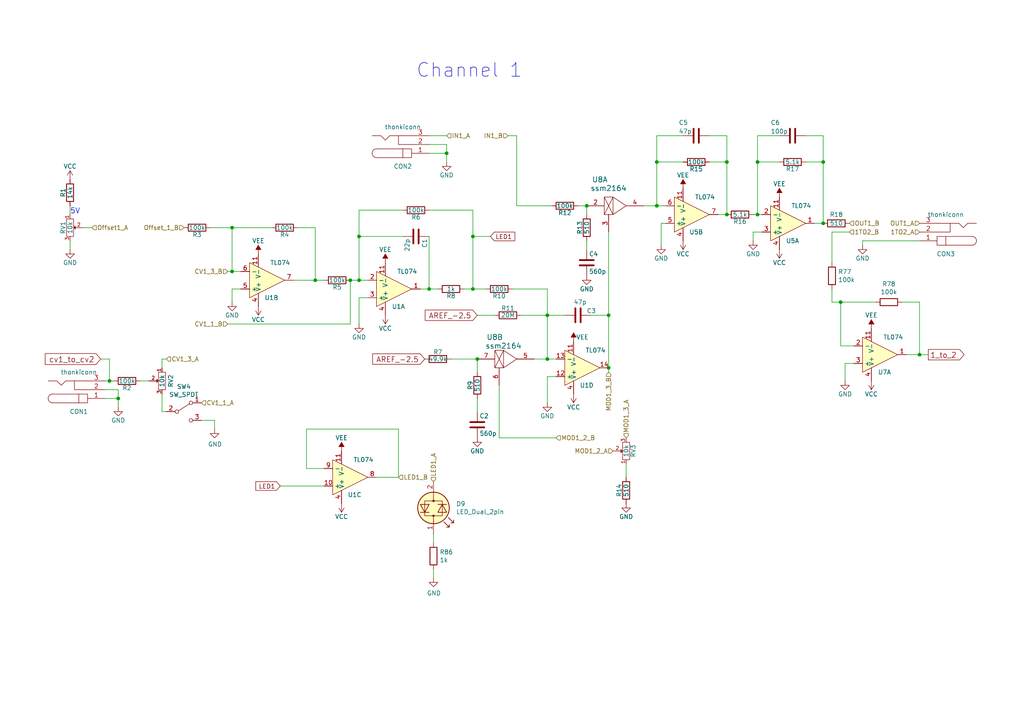
<source format=kicad_sch>
(kicad_sch (version 20211123) (generator eeschema)
  (paper "A4")
  (title_block (title "Tetra VCA") (date "2021-07-21") (rev "1") (company "SOLI.SYNTH") (comment 1 "www.solisynth.com"))
  (lib_symbols
    (symbol "Device:C" (pin_numbers hide) (pin_names (offset 0.254))
      (property "Reference" "C" (at 0.635 2.54 0))
      (property "Value" "C" (at 0.635 -2.54 0))
      (symbol "C_0_1"
        (polyline (pts (xy -2.032 -0.762) (xy 2.032 -0.762)) (stroke (width 0.508)))
        (polyline (pts (xy -2.032 0.762) (xy 2.032 0.762)) (stroke (width 0.508)))
      )
      (symbol "C_1_1"
        (pin passive line (at 0 3.81 270) (length 2.794) (name "~") (number "1"))
        (pin passive line (at 0 -3.81 90) (length 2.794) (name "~") (number "2"))
      )
    )
    (symbol "Device:R" (pin_numbers hide) (pin_names (offset 0))
      (property "Reference" "R" (at 2.032 0 90))
      (property "Value" "R" (at 0 0 90))
      (symbol "R_0_1"
        (rectangle (start -1.016 -2.54) (end 1.016 2.54) (stroke (width 0.254)))
      )
      (symbol "R_1_1"
        (pin passive line (at 0 3.81 270) (length 1.27) (name "~") (number "1"))
        (pin passive line (at 0 -3.81 90) (length 1.27) (name "~") (number "2"))
      )
    )
    (symbol "TetraVCA-rescue:LED_Dual_2pin-Device" (pin_names (offset 0) hide)
      (property "Reference" "D" (at 0 5.715 0))
      (property "Value" "LED_Dual_2pin-Device" (at 0 -6.35 0))
      (symbol "LED_Dual_2pin-Device_0_1"
        (circle (center -2.032 0) (radius 0.254) (fill (type outline)))
        (polyline (pts (xy -4.572 0) (xy -2.54 0)))
        (polyline (pts (xy -2.032 0) (xy -2.54 0)))
        (polyline (pts (xy -1.016 3.81) (xy -1.016 1.27)) (stroke (width 0.2032)))
        (polyline (pts (xy 1.27 -1.27) (xy 1.27 -3.81)) (stroke (width 0.2032)))
        (polyline (pts (xy 4.064 0) (xy 2.286 0)) (fill (type outline)))
        (polyline (pts (xy 4.318 5.842) (xy 4.318 5.08)) (stroke (width 0.2032)))
        (polyline (pts (xy 5.588 4.572) (xy 5.588 3.81)) (stroke (width 0.2032)))
        (polyline (pts (xy 2.794 4.318) (xy 4.318 5.842) (xy 3.556 5.842)) (stroke (width 0.2032)))
        (polyline (pts (xy 4.064 3.048) (xy 5.588 4.572) (xy 4.826 4.572)) (stroke (width 0.2032)))
        (polyline (pts (xy -1.016 -1.27) (xy -1.016 -3.81) (xy 1.27 -2.54) (xy -1.016 -1.27)) (stroke (width 0.2032)))
        (polyline (pts (xy 1.27 3.81) (xy 1.27 1.27) (xy -1.016 2.54) (xy 1.27 3.81)) (stroke (width 0.2032)))
        (polyline (pts (xy 2.286 2.54) (xy -2.032 2.54) (xy -2.032 -2.54) (xy 2.286 -2.54) (xy 2.286 2.54)))
        (circle (center 0 0) (radius 4.572) (stroke (width 0.254)) (fill (type background)))
        (circle (center 2.286 0) (radius 0.254) (fill (type outline)))
      )
      (symbol "LED_Dual_2pin-Device_1_1"
        (pin input line (at 7.62 0 180) (length 3.81) (name "KA") (number "1"))
        (pin input line (at -7.62 0 0) (length 3.048) (name "AK") (number "2"))
      )
    )
    (symbol "TetraVCA-rescue:SW_SPDT-Switch" (pin_names (offset 0) hide)
      (property "Reference" "SW" (at 0 4.318 0))
      (property "Value" "SW_SPDT-Switch" (at 0 -5.08 0))
      (symbol "SW_SPDT-Switch_0_0"
        (circle (center -2.032 0) (radius 0.508))
        (circle (center 2.032 -2.54) (radius 0.508))
      )
      (symbol "SW_SPDT-Switch_0_1"
        (polyline (pts (xy -1.524 0.254) (xy 1.651 2.286)))
        (circle (center 2.032 2.54) (radius 0.508))
      )
      (symbol "SW_SPDT-Switch_1_1"
        (pin passive line (at 5.08 2.54 180) (length 2.54) (name "A") (number "1"))
        (pin passive line (at -5.08 0 0) (length 2.54) (name "B") (number "2"))
        (pin passive line (at 5.08 -2.54 180) (length 2.54) (name "C") (number "3"))
      )
    )
    (symbol "TetraVCA_3_0-rescue:POT-tetraVCA-rescue-TetraVCA_2.0-rescue" (pin_names (offset 1.016) hide)
      (property "Reference" "RV" (at 0 -2.032 0))
      (property "Value" "POT-tetraVCA-rescue-TetraVCA_2.0-rescue" (at 0 0 0))
      (symbol "POT-tetraVCA-rescue-TetraVCA_2.0-rescue_0_1"
        (rectangle (start -2.54 1.016) (end 2.54 -1.016))
        (polyline (pts (xy 0 1.016) (xy -0.508 1.524) (xy 0.508 1.524)) (fill (type outline)))
      )
      (symbol "POT-tetraVCA-rescue-TetraVCA_2.0-rescue_1_1"
        (pin passive line (at -3.81 0 0) (length 1.27) (name "1") (number "1"))
        (pin passive line (at 0 3.81 270) (length 2.54) (name "2") (number "2"))
        (pin passive line (at 3.81 0 180) (length 1.27) (name "3") (number "3"))
      )
    )
    (symbol "TetraVCA_3_0-rescue:TL074-tetraVCA-rescue-TetraVCA_2.0-rescue"
      (property "Reference" "U" (at 1.27 5.08 0))
      (property "Value" "TL074-tetraVCA-rescue-TetraVCA_2.0-rescue" (at 3.81 -5.08 0))
      (symbol "TL074-tetraVCA-rescue-TetraVCA_2.0-rescue_0_1"
        (polyline (pts (xy -5.08 5.08) (xy 5.08 0) (xy -5.08 -5.08) (xy -5.08 5.08)) (stroke (width 0.1524)) (fill (type background)))
        (pin power_in line (at -2.54 -7.62 90) (length 3.81) (name "V-") (number "11"))
        (pin power_in line (at -2.54 7.62 270) (length 3.81) (name "V+") (number "4"))
      )
      (symbol "TL074-tetraVCA-rescue-TetraVCA_2.0-rescue_1_1"
        (pin output line (at 7.62 0 180) (length 2.54) (name "~") (number "1"))
        (pin input line (at -7.62 -2.54 0) (length 2.54) (name "-") (number "2"))
        (pin input line (at -7.62 2.54 0) (length 2.54) (name "+") (number "3"))
      )
      (symbol "TL074-tetraVCA-rescue-TetraVCA_2.0-rescue_2_1"
        (pin input line (at -7.62 2.54 0) (length 2.54) (name "+") (number "5"))
        (pin input line (at -7.62 -2.54 0) (length 2.54) (name "-") (number "6"))
        (pin output line (at 7.62 0 180) (length 2.54) (name "~") (number "7"))
      )
      (symbol "TL074-tetraVCA-rescue-TetraVCA_2.0-rescue_3_1"
        (pin input line (at -7.62 2.54 0) (length 2.54) (name "+") (number "10"))
        (pin output line (at 7.62 0 180) (length 2.54) (name "~") (number "8"))
        (pin input line (at -7.62 -2.54 0) (length 2.54) (name "-") (number "9"))
      )
      (symbol "TL074-tetraVCA-rescue-TetraVCA_2.0-rescue_4_1"
        (pin input line (at -7.62 2.54 0) (length 2.54) (name "+") (number "12"))
        (pin input line (at -7.62 -2.54 0) (length 2.54) (name "-") (number "13"))
        (pin output line (at 7.62 0 180) (length 2.54) (name "~") (number "14"))
      )
    )
    (symbol "TetraVCA_3_0-rescue:ssm2164-tetraVCA-rescue-TetraVCA_2.0-rescue" (pin_names (offset 1.016))
      (property "Reference" "U" (at 6.35 -6.35 0))
      (property "Value" "ssm2164-tetraVCA-rescue-TetraVCA_2.0-rescue" (at 8.89 -8.89 0))
      (symbol "ssm2164-tetraVCA-rescue-TetraVCA_2.0-rescue_1_1"
        (polyline (pts (xy -1.27 2.54) (xy -1.27 -2.54) (xy 1.27 -2.54) (xy 5.08 0) (xy 1.27 2.54) (xy 1.27 -2.54) (xy -1.27 2.54) (xy 1.27 2.54) (xy -1.27 -2.54)))
        (pin input line (at -6.35 0 0) (length 5.08) (name "~") (number "2"))
        (pin input line (at 0 -7.62 90) (length 5.08) (name "~") (number "3"))
        (pin input line (at 10.16 0 180) (length 5.08) (name "~") (number "4"))
      )
      (symbol "ssm2164-tetraVCA-rescue-TetraVCA_2.0-rescue_2_1"
        (polyline (pts (xy -1.27 2.54) (xy -1.27 -2.54) (xy 1.27 -2.54) (xy 5.08 0) (xy 1.27 2.54) (xy 1.27 -2.54) (xy -1.27 2.54) (xy 1.27 2.54) (xy -1.27 -2.54)))
        (pin input line (at 10.16 0 180) (length 5.08) (name "~") (number "5"))
        (pin input line (at 0 -7.62 90) (length 5.08) (name "~") (number "6"))
        (pin input line (at -6.35 0 0) (length 5.08) (name "~") (number "7"))
      )
      (symbol "ssm2164-tetraVCA-rescue-TetraVCA_2.0-rescue_3_1"
        (polyline (pts (xy -1.27 2.54) (xy -1.27 -2.54) (xy 1.27 -2.54) (xy 5.08 0) (xy 1.27 2.54) (xy 1.27 -2.54) (xy -1.27 2.54) (xy 1.27 2.54) (xy -1.27 -2.54)))
        (pin input line (at -6.35 0 0) (length 5.08) (name "~") (number "10"))
        (pin input line (at 0 -7.62 90) (length 5.08) (name "~") (number "11"))
        (pin input line (at 10.16 0 180) (length 5.08) (name "~") (number "12"))
      )
      (symbol "ssm2164-tetraVCA-rescue-TetraVCA_2.0-rescue_4_1"
        (polyline (pts (xy -1.27 2.54) (xy -1.27 -2.54) (xy 1.27 -2.54) (xy 5.08 0) (xy 1.27 2.54) (xy 1.27 -2.54) (xy -1.27 2.54) (xy 1.27 2.54) (xy -1.27 -2.54)))
        (pin input line (at 10.16 0 180) (length 5.08) (name "~") (number "13"))
        (pin input line (at 0 -7.62 90) (length 5.08) (name "~") (number "14"))
        (pin input line (at -6.35 0 0) (length 5.08) (name "~") (number "15"))
      )
      (symbol "ssm2164-tetraVCA-rescue-TetraVCA_2.0-rescue_5_1"
        (rectangle (start 3.81 7.62) (end -3.81 -7.62))
        (pin input line (at 8.89 1.27 180) (length 5.08) (name "MODE") (number "1"))
        (pin input line (at 0 12.7 270) (length 5.08) (name "V+") (number "16"))
        (pin input line (at 8.89 -1.27 180) (length 5.08) (name "GND") (number "8"))
        (pin input line (at 0 -12.7 90) (length 5.08) (name "V-") (number "9"))
      )
    )
    (symbol "TetraVCA_3_0-rescue:thonkiconn-tetraVCA-rescue-TetraVCA_2.0-rescue" (pin_names (offset 1.016))
      (property "Reference" "CON" (at 0 6.35 0))
      (property "Value" "thonkiconn-tetraVCA-rescue-TetraVCA_2.0-rescue" (at 0 -5.08 0))
      (symbol "thonkiconn-tetraVCA-rescue-TetraVCA_2.0-rescue_0_1"
        (arc (start -8.89 2.54) (mid -8.5271 1.6254) (end -7.62 1.27))
        (arc (start -7.62 3.81) (mid -8.5088 3.4366) (end -8.89 2.54))
        (polyline (pts (xy -7.62 1.27) (xy 0 1.27)))
        (polyline (pts (xy 0 3.81) (xy -7.62 3.81)))
        (polyline (pts (xy 2.54 0) (xy -1.27 0) (xy -1.27 -2.54)))
        (polyline (pts (xy 2.54 -2.54) (xy -3.81 -2.54) (xy -5.08 -1.27) (xy -6.35 -2.54) (xy -8.89 -2.54)))
        (rectangle (start 2.54 3.81) (end 0 1.27))
      )
      (symbol "thonkiconn-tetraVCA-rescue-TetraVCA_2.0-rescue_1_1"
        (pin passive line (at 7.62 2.54 180) (length 5.08) (name "~") (number "1"))
        (pin passive line (at 7.62 0 180) (length 5.08) (name "~") (number "2"))
        (pin passive line (at 7.62 -2.54 180) (length 5.08) (name "~") (number "3"))
      )
    )
    (symbol "power:GND" (power) (pin_names (offset 0))
      (property "Value" "GND" (at 0 -3.81 0))
      (symbol "GND_0_1"
        (polyline (pts (xy 0 0) (xy 0 -1.27) (xy 1.27 -1.27) (xy 0 -2.54) (xy -1.27 -1.27) (xy 0 -1.27)))
      )
      (symbol "GND_1_1"
        (pin power_in line (at 0 0 270) (length 0) hide (name "GND") (number "1"))
      )
    )
    (symbol "power:VCC" (power) (pin_names (offset 0))
      (property "Value" "VCC" (at 0 3.81 0))
      (symbol "VCC_0_1"
        (polyline (pts (xy -0.762 1.27) (xy 0 2.54)))
        (polyline (pts (xy 0 0) (xy 0 2.54)))
        (polyline (pts (xy 0 2.54) (xy 0.762 1.27)))
      )
      (symbol "VCC_1_1"
        (pin power_in line (at 0 0 90) (length 0) hide (name "VCC") (number "1"))
      )
    )
    (symbol "power:VEE" (power) (pin_names (offset 0))
      (property "Value" "VEE" (at 0 3.81 0))
      (symbol "VEE_0_1"
        (polyline (pts (xy 0 0) (xy 0 2.54)))
        (polyline (pts (xy 0.762 1.27) (xy -0.762 1.27) (xy 0 2.54) (xy 0.762 1.27)) (fill (type outline)))
      )
      (symbol "VEE_1_1"
        (pin power_in line (at 0 0 90) (length 0) hide (name "VEE") (number "1"))
      )
    )
  )
  (junction (at 238.76 64.77))
  (junction (at 67.31 78.74))
  (junction (at 137.16 83.82))
  (junction (at 138.43 104.14))
  (junction (at 219.71 46.99))
  (junction (at 129.54 44.45))
  (junction (at 190.5 46.99))
  (junction (at 176.53 106.68))
  (junction (at 104.14 68.58))
  (junction (at 210.82 62.23))
  (junction (at 238.76 46.99))
  (junction (at 210.82 46.99))
  (junction (at 158.75 104.14))
  (junction (at 243.84 87.63))
  (junction (at 170.18 59.69))
  (junction (at 137.16 68.58))
  (junction (at 266.7 102.87))
  (junction (at 91.44 81.28))
  (junction (at 34.29 115.57))
  (junction (at 219.71 62.23))
  (junction (at 124.46 83.82))
  (junction (at 104.14 81.28))
  (junction (at 101.6 81.28))
  (junction (at 67.31 66.04))
  (junction (at 176.53 91.44))
  (junction (at 158.75 91.44))
  (junction (at 31.75 110.49))
  (junction (at 190.5 59.69))
  (wire (pts (xy 104.14 60.96) (xy 104.14 68.58)))
  (wire (pts (xy 161.29 109.22) (xy 158.75 109.22)))
  (wire (pts (xy 58.42 121.92) (xy 62.23 121.92)))
  (wire (pts (xy 243.84 87.63) (xy 243.84 100.33)))
  (wire (pts (xy 138.43 104.14) (xy 138.43 107.95)))
  (wire (pts (xy 101.6 93.98) (xy 101.6 81.28)))
  (wire (pts (xy 34.29 115.57) (xy 34.29 118.11)))
  (wire (pts (xy 176.53 91.44) (xy 176.53 106.68)))
  (wire (pts (xy 262.89 102.87) (xy 266.7 102.87)))
  (wire (pts (xy 250.19 69.85) (xy 250.19 71.12)))
  (wire (pts (xy 60.96 66.04) (xy 67.31 66.04)))
  (wire (pts (xy 62.23 121.92) (xy 62.23 124.46)))
  (wire (pts (xy 170.18 69.85) (xy 170.18 72.39)))
  (wire (pts (xy 149.86 59.69) (xy 149.86 39.37)))
  (wire (pts (xy 245.11 105.41) (xy 245.11 110.49)))
  (wire (pts (xy 125.73 154.94) (xy 125.73 157.48)))
  (wire (pts (xy 93.98 140.97) (xy 81.28 140.97)))
  (wire (pts (xy 250.19 69.85) (xy 266.7 69.85)))
  (wire (pts (xy 121.92 83.82) (xy 124.46 83.82)))
  (wire (pts (xy 241.3 87.63) (xy 243.84 87.63)))
  (wire (pts (xy 129.54 41.91) (xy 129.54 44.45)))
  (wire (pts (xy 219.71 46.99) (xy 219.71 62.23)))
  (wire (pts (xy 247.65 105.41) (xy 245.11 105.41)))
  (wire (pts (xy 241.3 67.31) (xy 246.38 67.31)))
  (wire (pts (xy 218.44 62.23) (xy 219.71 62.23)))
  (wire (pts (xy 85.09 81.28) (xy 91.44 81.28)))
  (wire (pts (xy 148.59 83.82) (xy 158.75 83.82)))
  (wire (pts (xy 30.48 115.57) (xy 34.29 115.57)))
  (wire (pts (xy 176.53 106.68) (xy 176.53 107.95)))
  (wire (pts (xy 233.68 39.37) (xy 238.76 39.37)))
  (wire (pts (xy 91.44 81.28) (xy 91.44 66.04)))
  (wire (pts (xy 198.12 46.99) (xy 190.5 46.99)))
  (wire (pts (xy 129.54 44.45) (xy 129.54 46.99)))
  (wire (pts (xy 34.29 113.03) (xy 34.29 115.57)))
  (wire (pts (xy 254 87.63) (xy 243.84 87.63)))
  (wire (pts (xy 116.84 68.58) (xy 104.14 68.58)))
  (wire (pts (xy 46.99 104.14) (xy 46.99 106.68)))
  (wire (pts (xy 124.46 83.82) (xy 127 83.82)))
  (wire (pts (xy 219.71 39.37) (xy 219.71 46.99)))
  (wire (pts (xy 124.46 39.37) (xy 129.54 39.37)))
  (wire (pts (xy 124.46 44.45) (xy 129.54 44.45)))
  (wire (pts (xy 66.04 78.74) (xy 67.31 78.74)))
  (wire (pts (xy 266.7 102.87) (xy 269.24 102.87)))
  (wire (pts (xy 144.78 127) (xy 161.29 127)))
  (wire (pts (xy 115.57 124.46) (xy 115.57 138.43)))
  (wire (pts (xy 88.9 135.89) (xy 88.9 124.46)))
  (wire (pts (xy 104.14 60.96) (xy 116.84 60.96)))
  (wire (pts (xy 205.74 39.37) (xy 210.82 39.37)))
  (wire (pts (xy 170.18 59.69) (xy 170.18 62.23)))
  (wire (pts (xy 67.31 66.04) (xy 78.74 66.04)))
  (wire (pts (xy 149.86 59.69) (xy 160.02 59.69)))
  (wire (pts (xy 106.68 86.36) (xy 104.14 86.36)))
  (wire (pts (xy 220.98 67.31) (xy 218.44 67.31)))
  (wire (pts (xy 226.06 39.37) (xy 219.71 39.37)))
  (wire (pts (xy 31.75 110.49) (xy 33.02 110.49)))
  (wire (pts (xy 29.21 104.14) (xy 31.75 104.14)))
  (wire (pts (xy 67.31 78.74) (xy 69.85 78.74)))
  (wire (pts (xy 144.78 111.76) (xy 144.78 127)))
  (wire (pts (xy 186.69 59.69) (xy 190.5 59.69)))
  (wire (pts (xy 101.6 81.28) (xy 104.14 81.28)))
  (wire (pts (xy 125.73 165.1) (xy 125.73 167.64)))
  (wire (pts (xy 48.26 104.14) (xy 46.99 104.14)))
  (wire (pts (xy 198.12 39.37) (xy 190.5 39.37)))
  (wire (pts (xy 31.75 104.14) (xy 31.75 110.49)))
  (wire (pts (xy 158.75 91.44) (xy 163.83 91.44)))
  (wire (pts (xy 46.99 119.38) (xy 46.99 114.3)))
  (wire (pts (xy 115.57 138.43) (xy 109.22 138.43)))
  (wire (pts (xy 241.3 83.82) (xy 241.3 87.63)))
  (wire (pts (xy 158.75 109.22) (xy 158.75 116.84)))
  (wire (pts (xy 158.75 83.82) (xy 158.75 91.44)))
  (wire (pts (xy 266.7 102.87) (xy 266.7 87.63)))
  (wire (pts (xy 124.46 60.96) (xy 137.16 60.96)))
  (wire (pts (xy 238.76 46.99) (xy 238.76 64.77)))
  (wire (pts (xy 181.61 134.62) (xy 181.61 138.43)))
  (wire (pts (xy 241.3 67.31) (xy 241.3 76.2)))
  (wire (pts (xy 88.9 124.46) (xy 115.57 124.46)))
  (wire (pts (xy 193.04 64.77) (xy 191.77 64.77)))
  (wire (pts (xy 190.5 59.69) (xy 193.04 59.69)))
  (wire (pts (xy 91.44 66.04) (xy 86.36 66.04)))
  (wire (pts (xy 218.44 67.31) (xy 218.44 69.85)))
  (wire (pts (xy 124.46 41.91) (xy 129.54 41.91)))
  (wire (pts (xy 30.48 113.03) (xy 34.29 113.03)))
  (wire (pts (xy 210.82 46.99) (xy 210.82 62.23)))
  (wire (pts (xy 20.32 59.69) (xy 20.32 62.23)))
  (wire (pts (xy 138.43 115.57) (xy 138.43 119.38)))
  (wire (pts (xy 66.04 93.98) (xy 101.6 93.98)))
  (wire (pts (xy 104.14 86.36) (xy 104.14 93.98)))
  (wire (pts (xy 190.5 46.99) (xy 190.5 59.69)))
  (wire (pts (xy 142.24 68.58) (xy 137.16 68.58)))
  (wire (pts (xy 93.98 135.89) (xy 88.9 135.89)))
  (wire (pts (xy 176.53 67.31) (xy 176.53 91.44)))
  (wire (pts (xy 20.32 69.85) (xy 20.32 72.39)))
  (wire (pts (xy 124.46 68.58) (xy 124.46 83.82)))
  (wire (pts (xy 266.7 87.63) (xy 261.62 87.63)))
  (wire (pts (xy 134.62 83.82) (xy 137.16 83.82)))
  (wire (pts (xy 130.81 104.14) (xy 138.43 104.14)))
  (wire (pts (xy 226.06 46.99) (xy 219.71 46.99)))
  (wire (pts (xy 236.22 64.77) (xy 238.76 64.77)))
  (wire (pts (xy 243.84 100.33) (xy 247.65 100.33)))
  (wire (pts (xy 48.26 119.38) (xy 46.99 119.38)))
  (wire (pts (xy 158.75 104.14) (xy 161.29 104.14)))
  (wire (pts (xy 67.31 66.04) (xy 67.31 78.74)))
  (wire (pts (xy 167.64 59.69) (xy 170.18 59.69)))
  (wire (pts (xy 137.16 68.58) (xy 137.16 83.82)))
  (wire (pts (xy 40.64 110.49) (xy 43.18 110.49)))
  (wire (pts (xy 30.48 110.49) (xy 31.75 110.49)))
  (wire (pts (xy 191.77 64.77) (xy 191.77 71.12)))
  (wire (pts (xy 238.76 46.99) (xy 233.68 46.99)))
  (wire (pts (xy 154.94 104.14) (xy 158.75 104.14)))
  (wire (pts (xy 104.14 81.28) (xy 106.68 81.28)))
  (wire (pts (xy 238.76 39.37) (xy 238.76 46.99)))
  (wire (pts (xy 158.75 91.44) (xy 158.75 104.14)))
  (wire (pts (xy 171.45 91.44) (xy 176.53 91.44)))
  (wire (pts (xy 91.44 81.28) (xy 93.98 81.28)))
  (wire (pts (xy 69.85 83.82) (xy 67.31 83.82)))
  (wire (pts (xy 104.14 68.58) (xy 104.14 81.28)))
  (wire (pts (xy 67.31 83.82) (xy 67.31 87.63)))
  (wire (pts (xy 137.16 60.96) (xy 137.16 68.58)))
  (wire (pts (xy 190.5 39.37) (xy 190.5 46.99)))
  (wire (pts (xy 210.82 39.37) (xy 210.82 46.99)))
  (wire (pts (xy 151.13 91.44) (xy 158.75 91.44)))
  (wire (pts (xy 138.43 91.44) (xy 143.51 91.44)))
  (wire (pts (xy 210.82 62.23) (xy 208.28 62.23)))
  (wire (pts (xy 147.32 39.37) (xy 149.86 39.37)))
  (wire (pts (xy 219.71 62.23) (xy 220.98 62.23)))
  (wire (pts (xy 137.16 83.82) (xy 140.97 83.82)))
  (wire (pts (xy 24.13 66.04) (xy 26.67 66.04)))
  (wire (pts (xy 210.82 46.99) (xy 205.74 46.99)))
  (text "5V" (at 20.32 62.23 0) (effects (font (size 1.524 1.524)) (justify left bottom)))
  (text "Channel 1" (at 120.65 22.86 0) (effects (font (size 3.9878 3.9878)) (justify left bottom)))
  (global_label "1_to_2" (shape output) (at 269.24 102.87 0) (effects (font (size 1.524 1.524))) (property "Intersheet References" "${INTERSHEET_REFS}" (effects hide)))
  (global_label "AREF_-2.5" (shape input) (at 138.43 91.44 180) (effects (font (size 1.524 1.524))) (property "Intersheet References" "${INTERSHEET_REFS}" (effects hide)))
  (global_label "LED1" (shape input) (at 81.28 140.97 180) (property "Intersheet References" "${INTERSHEET_REFS}" (effects hide)))
  (global_label "LED1" (shape input) (at 142.24 68.58 0) (property "Intersheet References" "${INTERSHEET_REFS}" (effects hide)))
  (global_label "AREF_-2.5" (shape input) (at 123.19 104.14 180) (effects (font (size 1.524 1.524))) (property "Intersheet References" "${INTERSHEET_REFS}" (effects hide)))
  (global_label "cv1_to_cv2" (shape input) (at 29.21 104.14 180) (effects (font (size 1.6002 1.6002))) (property "Intersheet References" "${INTERSHEET_REFS}" (effects hide)))
  (hierarchical_label "1TO2_B" (shape input) (at 246.38 67.31 0))
  (hierarchical_label "CV1_3_B" (shape input) (at 66.04 78.74 180))
  (hierarchical_label "OUT1_B" (shape input) (at 246.38 64.77 0))
  (hierarchical_label "Offset1_A" (shape input) (at 26.67 66.04 0))
  (hierarchical_label "Offset_1_B" (shape input) (at 53.34 66.04 180))
  (hierarchical_label "CV1_3_A" (shape input) (at 48.26 104.14 0))
  (hierarchical_label "OUT1_A" (shape input) (at 266.7 64.77 180))
  (hierarchical_label "1TO2_A" (shape input) (at 266.7 67.31 180))
  (hierarchical_label "IN1_A" (shape input) (at 129.54 39.37 0))
  (hierarchical_label "MOD1_2_B" (shape input) (at 161.29 127 0))
  (hierarchical_label "MOD1_3_A" (shape input) (at 181.61 127 90))
  (hierarchical_label "LED1_A" (shape input) (at 125.73 139.7 90))
  (hierarchical_label "MOD1_3_B" (shape input) (at 176.53 107.95 270))
  (hierarchical_label "LED1_B" (shape input) (at 115.57 138.43 0))
  (hierarchical_label "MOD1_2_A" (shape input) (at 177.8 130.81 180))
  (hierarchical_label "CV1_1_B" (shape input) (at 66.04 93.98 180))
  (hierarchical_label "CV1_1_A" (shape input) (at 58.42 116.84 0))
  (hierarchical_label "IN1_B" (shape input) (at 147.32 39.37 180))
  (symbol (lib_id "TetraVCA_3_0-rescue:ssm2164-tetraVCA-rescue-TetraVCA_2.0-rescue") (at 144.78 104.14 0) (unit 2)
    (property "Reference" "U8" (at 143.51 97.79 0) (effects (font (size 1.524 1.524))))
    (property "Value" "ssm2164" (at 146.05 100.33 0) (effects (font (size 1.524 1.524))))
    (property "Footprint" "Package_SO:SOIC-16_3.9x9.9mm_P1.27mm" (effects hide))
    (property "MFN" "cool audio" (effects hide))
    (property "MPN" "SSM2164" (effects hide))
  )
  (symbol (lib_id "TetraVCA_3_0-rescue:ssm2164-tetraVCA-rescue-TetraVCA_2.0-rescue") (at 176.53 59.69 0) (unit 1)
    (property "Reference" "U8" (at 173.99 52.07 0) (effects (font (size 1.524 1.524))))
    (property "Value" "ssm2164" (at 176.53 54.61 0) (effects (font (size 1.524 1.524))))
    (property "Footprint" "Package_SO:SOIC-16_3.9x9.9mm_P1.27mm" (effects hide))
    (property "MFN" "cool audio" (effects hide))
    (property "MPN" "SSM2164" (effects hide))
  )
  (symbol (lib_id "Device:R") (at 163.83 59.69 270) (unit 1)
    (property "Reference" "R12" (at 163.83 61.722 90))
    (property "Value" "100k" (at 163.83 59.69 90))
    (property "Footprint" "Resistor_SMD:R_0603_1608Metric_Pad1.05x0.95mm_HandSolder" (effects hide))
  )
  (symbol (lib_id "Device:R") (at 170.18 66.04 180) (unit 1)
    (property "Reference" "R13" (at 168.148 66.04 90))
    (property "Value" "510" (at 170.18 66.04 90))
    (property "Footprint" "Resistor_SMD:R_0603_1608Metric_Pad1.05x0.95mm_HandSolder" (effects hide))
  )
  (symbol (lib_id "Device:C") (at 170.18 76.2 0) (unit 1)
    (property "Reference" "C4" (at 170.815 73.66 0) (effects (justify left)))
    (property "Value" "560p" (at 170.815 78.74 0) (effects (justify left)))
    (property "Footprint" "Capacitor_SMD:C_0603_1608Metric_Pad1.05x0.95mm_HandSolder" (effects hide))
  )
  (symbol (lib_id "TetraVCA_3_0-rescue:TL074-tetraVCA-rescue-TetraVCA_2.0-rescue") (at 200.66 62.23 0) (mirror x) (unit 2)
    (property "Reference" "U5" (at 201.93 67.31 0))
    (property "Value" "TL074" (at 204.47 57.15 0))
    (property "Footprint" "Package_SO:SOIC-14_3.9x8.7mm_P1.27mm" (effects hide))
    (property "MFN" "Texas Instruments" (effects hide))
    (property "MPN" "TL074" (effects hide))
  )
  (symbol (lib_id "Device:R") (at 201.93 46.99 270) (unit 1)
    (property "Reference" "R15" (at 201.93 49.022 90))
    (property "Value" "100k" (at 201.93 46.99 90))
    (property "Footprint" "Resistor_SMD:R_0603_1608Metric_Pad1.05x0.95mm_HandSolder" (effects hide))
  )
  (symbol (lib_id "Device:C") (at 201.93 39.37 270) (unit 1)
    (property "Reference" "C5" (at 196.85 35.56 90) (effects (justify left)))
    (property "Value" "47p" (at 196.85 38.1 90) (effects (justify left)))
    (property "Footprint" "Capacitor_SMD:C_0603_1608Metric_Pad1.05x0.95mm_HandSolder" (effects hide))
  )
  (symbol (lib_id "power:GND") (at 191.77 71.12 0) (unit 1)
    (property "Reference" "#PWR0101" (effects hide))
    (property "Value" "GND" (at 191.77 74.93 0))
  )
  (symbol (lib_id "power:GND") (at 170.18 80.01 0) (unit 1)
    (property "Reference" "#PWR0102" (effects hide))
    (property "Value" "GND" (at 170.18 83.82 0))
  )
  (symbol (lib_id "power:VCC") (at 198.12 69.85 180) (unit 1)
    (property "Reference" "#PWR0103" (effects hide))
    (property "Value" "VCC" (at 198.12 73.66 0))
  )
  (symbol (lib_id "power:VEE") (at 198.12 54.61 0) (unit 1)
    (property "Reference" "#PWR0104" (effects hide))
    (property "Value" "VEE" (at 198.12 50.8 0))
  )
  (symbol (lib_id "TetraVCA_3_0-rescue:TL074-tetraVCA-rescue-TetraVCA_2.0-rescue") (at 168.91 106.68 0) (mirror x) (unit 4)
    (property "Reference" "U1" (at 170.18 111.76 0))
    (property "Value" "TL074" (at 172.72 101.6 0))
    (property "Footprint" "Package_SO:SOIC-14_3.9x8.7mm_P1.27mm" (effects hide))
    (property "MFN" "Texas Instruments" (effects hide))
    (property "MPN" "TL074" (effects hide))
  )
  (symbol (lib_id "power:GND") (at 158.75 116.84 0) (unit 1)
    (property "Reference" "#PWR0105" (effects hide))
    (property "Value" "GND" (at 158.75 120.65 0))
  )
  (symbol (lib_id "TetraVCA_3_0-rescue:POT-tetraVCA-rescue-TetraVCA_2.0-rescue") (at 181.61 130.81 90) (unit 1)
    (property "Reference" "RV3" (at 183.642 130.81 0))
    (property "Value" "10k" (at 181.61 130.81 0))
    (property "Footprint" "Potentiometer_THT:Potentiometer_Alps_RK09K_Single_Vertical" (effects hide))
    (property "MFN" "Bourns" (effects hide))
    (property "MPN" "PTV09A-4025U-B103" (effects hide))
  )
  (symbol (lib_id "Device:C") (at 167.64 91.44 270) (unit 1)
    (property "Reference" "C3" (at 170.18 90.17 90) (effects (justify left)))
    (property "Value" "47p" (at 166.37 87.63 90) (effects (justify left)))
    (property "Footprint" "Capacitor_SMD:C_0603_1608Metric_Pad1.05x0.95mm_HandSolder" (effects hide))
  )
  (symbol (lib_id "Device:R") (at 138.43 111.76 180) (unit 1)
    (property "Reference" "R9" (at 136.398 111.76 90))
    (property "Value" "510" (at 138.43 111.76 90))
    (property "Footprint" "Resistor_SMD:R_0603_1608Metric_Pad1.05x0.95mm_HandSolder" (effects hide))
  )
  (symbol (lib_id "Device:C") (at 138.43 123.19 0) (unit 1)
    (property "Reference" "C2" (at 139.065 120.65 0) (effects (justify left)))
    (property "Value" "560p" (at 139.065 125.73 0) (effects (justify left)))
    (property "Footprint" "Capacitor_SMD:C_0603_1608Metric_Pad1.05x0.95mm_HandSolder" (effects hide))
  )
  (symbol (lib_id "power:GND") (at 138.43 127 0) (unit 1)
    (property "Reference" "#PWR0106" (effects hide))
    (property "Value" "GND" (at 138.43 130.81 0))
  )
  (symbol (lib_id "Device:R") (at 181.61 142.24 180) (unit 1)
    (property "Reference" "R14" (at 179.578 142.24 90))
    (property "Value" "510" (at 181.61 142.24 90))
    (property "Footprint" "Resistor_SMD:R_0603_1608Metric_Pad1.05x0.95mm_HandSolder" (effects hide))
  )
  (symbol (lib_id "power:GND") (at 181.61 146.05 0) (unit 1)
    (property "Reference" "#PWR0107" (effects hide))
    (property "Value" "GND" (at 181.61 149.86 0))
  )
  (symbol (lib_id "Device:R") (at 127 104.14 90) (unit 1)
    (property "Reference" "R7" (at 127 102.108 90))
    (property "Value" "49.9k" (at 127 104.14 90))
    (property "Footprint" "Resistor_SMD:R_0603_1608Metric_Pad1.05x0.95mm_HandSolder" (effects hide))
  )
  (symbol (lib_id "TetraVCA_3_0-rescue:TL074-tetraVCA-rescue-TetraVCA_2.0-rescue") (at 228.6 64.77 0) (mirror x) (unit 1)
    (property "Reference" "U5" (at 229.87 69.85 0))
    (property "Value" "TL074" (at 232.41 59.69 0))
    (property "Footprint" "Package_SO:SOIC-14_3.9x8.7mm_P1.27mm" (effects hide))
    (property "MFN" "Texas Instruments" (effects hide))
    (property "MPN" "TL074" (effects hide))
  )
  (symbol (lib_id "Device:R") (at 214.63 62.23 270) (unit 1)
    (property "Reference" "R16" (at 214.63 64.262 90))
    (property "Value" "5.1k" (at 214.63 62.23 90))
    (property "Footprint" "Resistor_SMD:R_0603_1608Metric_Pad1.05x0.95mm_HandSolder" (effects hide))
  )
  (symbol (lib_id "Device:R") (at 229.87 46.99 270) (unit 1)
    (property "Reference" "R17" (at 229.87 49.022 90))
    (property "Value" "5.1k" (at 229.87 46.99 90))
    (property "Footprint" "Resistor_SMD:R_0603_1608Metric_Pad1.05x0.95mm_HandSolder" (effects hide))
  )
  (symbol (lib_id "Device:C") (at 229.87 39.37 270) (unit 1)
    (property "Reference" "C6" (at 223.52 35.56 90) (effects (justify left)))
    (property "Value" "100p" (at 223.52 38.1 90) (effects (justify left)))
    (property "Footprint" "Capacitor_SMD:C_0603_1608Metric_Pad1.05x0.95mm_HandSolder" (effects hide))
  )
  (symbol (lib_id "Device:R") (at 242.57 64.77 270) (unit 1)
    (property "Reference" "R18" (at 242.57 62.23 90))
    (property "Value" "510" (at 242.57 64.77 90))
    (property "Footprint" "Resistor_SMD:R_0603_1608Metric_Pad1.05x0.95mm_HandSolder" (effects hide))
  )
  (symbol (lib_id "TetraVCA_3_0-rescue:thonkiconn-tetraVCA-rescue-TetraVCA_2.0-rescue") (at 274.32 67.31 180) (unit 1)
    (property "Reference" "CON3" (at 274.32 73.66 0))
    (property "Value" "thonkiconn" (at 274.32 62.23 0))
    (property "Footprint" "MyLib:thonkiconn" (effects hide))
    (property "MFN" "Thonk.uk" (effects hide))
    (property "MPN" "PJ398SM" (effects hide))
  )
  (symbol (lib_id "power:GND") (at 250.19 71.12 0) (unit 1)
    (property "Reference" "#PWR0108" (effects hide))
    (property "Value" "GND" (at 250.19 74.93 0))
  )
  (symbol (lib_id "Device:R") (at 147.32 91.44 90) (unit 1)
    (property "Reference" "R11" (at 147.32 89.408 90))
    (property "Value" "20M" (at 147.32 91.44 90))
    (property "Footprint" "Resistor_SMD:R_0603_1608Metric_Pad1.05x0.95mm_HandSolder" (effects hide))
  )
  (symbol (lib_id "TetraVCA_3_0-rescue:TL074-tetraVCA-rescue-TetraVCA_2.0-rescue") (at 77.47 81.28 0) (mirror x) (unit 2)
    (property "Reference" "U1" (at 78.74 86.36 0))
    (property "Value" "TL074" (at 81.28 76.2 0))
    (property "Footprint" "Package_SO:SOIC-14_3.9x8.7mm_P1.27mm" (effects hide))
    (property "MFN" "Texas Instruments" (effects hide))
    (property "MPN" "TL074" (effects hide))
  )
  (symbol (lib_id "Device:R") (at 82.55 66.04 270) (unit 1)
    (property "Reference" "R4" (at 82.55 68.072 90))
    (property "Value" "100k" (at 82.55 66.04 90))
    (property "Footprint" "Resistor_SMD:R_0603_1608Metric_Pad1.05x0.95mm_HandSolder" (effects hide))
  )
  (symbol (lib_id "Device:R") (at 97.79 81.28 270) (unit 1)
    (property "Reference" "R5" (at 97.79 83.312 90))
    (property "Value" "100k" (at 97.79 81.28 90))
    (property "Footprint" "Resistor_SMD:R_0603_1608Metric_Pad1.05x0.95mm_HandSolder" (effects hide))
  )
  (symbol (lib_id "TetraVCA_3_0-rescue:TL074-tetraVCA-rescue-TetraVCA_2.0-rescue") (at 114.3 83.82 0) (mirror x) (unit 1)
    (property "Reference" "U1" (at 115.57 88.9 0))
    (property "Value" "TL074" (at 118.11 78.74 0))
    (property "Footprint" "Package_SO:SOIC-14_3.9x8.7mm_P1.27mm" (effects hide))
    (property "MFN" "Texas Instruments" (effects hide))
    (property "MPN" "TL074" (effects hide))
  )
  (symbol (lib_id "Device:R") (at 130.81 83.82 270) (unit 1)
    (property "Reference" "R8" (at 130.81 85.852 90))
    (property "Value" "1k" (at 130.81 83.82 90))
    (property "Footprint" "Resistor_SMD:R_0603_1608Metric_Pad1.05x0.95mm_HandSolder" (effects hide))
  )
  (symbol (lib_id "Device:C") (at 120.65 68.58 270) (unit 1)
    (property "Reference" "C1" (at 123.19 69.215 0) (effects (justify left)))
    (property "Value" "22p" (at 118.11 69.215 0) (effects (justify left)))
    (property "Footprint" "Capacitor_SMD:C_0603_1608Metric_Pad1.05x0.95mm_HandSolder" (effects hide))
  )
  (symbol (lib_id "Device:R") (at 120.65 60.96 270) (unit 1)
    (property "Reference" "R6" (at 120.65 62.992 90))
    (property "Value" "100k" (at 120.65 60.96 90))
    (property "Footprint" "Resistor_SMD:R_0603_1608Metric_Pad1.05x0.95mm_HandSolder" (effects hide))
  )
  (symbol (lib_id "TetraVCA_3_0-rescue:POT-tetraVCA-rescue-TetraVCA_2.0-rescue") (at 46.99 110.49 90) (mirror x) (unit 1)
    (property "Reference" "RV2" (at 49.53 110.49 0))
    (property "Value" "10k" (at 46.99 110.49 0))
    (property "Footprint" "Potentiometer_THT:Potentiometer_Alps_RK09K_Single_Vertical" (effects hide))
    (property "MFN" "Bourns" (effects hide))
    (property "MPN" "PTV09A-4025U-B103" (effects hide))
  )
  (symbol (lib_id "power:GND") (at 104.14 93.98 0) (unit 1)
    (property "Reference" "#PWR0109" (effects hide))
    (property "Value" "GND" (at 104.14 97.79 0))
  )
  (symbol (lib_id "power:GND") (at 67.31 87.63 0) (unit 1)
    (property "Reference" "#PWR0110" (effects hide))
    (property "Value" "GND" (at 67.31 91.44 0))
  )
  (symbol (lib_id "power:VEE") (at 74.93 73.66 0) (unit 1)
    (property "Reference" "#PWR0111" (effects hide))
    (property "Value" "VEE" (at 74.93 69.85 0))
  )
  (symbol (lib_id "power:VEE") (at 111.76 76.2 0) (unit 1)
    (property "Reference" "#PWR0112" (effects hide))
    (property "Value" "VEE" (at 111.76 72.39 0))
  )
  (symbol (lib_id "power:VEE") (at 166.37 99.06 0) (unit 1)
    (property "Reference" "#PWR0113" (effects hide))
    (property "Value" "VEE" (at 168.91 97.79 0))
  )
  (symbol (lib_id "power:VEE") (at 226.06 57.15 0) (unit 1)
    (property "Reference" "#PWR0114" (effects hide))
    (property "Value" "VEE" (at 226.06 53.34 0))
  )
  (symbol (lib_id "power:VCC") (at 226.06 72.39 180) (unit 1)
    (property "Reference" "#PWR0115" (effects hide))
    (property "Value" "VCC" (at 226.06 76.2 0))
  )
  (symbol (lib_id "power:VCC") (at 166.37 114.3 180) (unit 1)
    (property "Reference" "#PWR0116" (effects hide))
    (property "Value" "VCC" (at 166.37 118.11 0))
  )
  (symbol (lib_id "power:VCC") (at 111.76 91.44 180) (unit 1)
    (property "Reference" "#PWR0117" (effects hide))
    (property "Value" "VCC" (at 111.76 95.25 0))
  )
  (symbol (lib_id "power:VCC") (at 74.93 88.9 180) (unit 1)
    (property "Reference" "#PWR0118" (effects hide))
    (property "Value" "VCC" (at 74.93 92.71 0))
  )
  (symbol (lib_id "TetraVCA_3_0-rescue:thonkiconn-tetraVCA-rescue-TetraVCA_2.0-rescue") (at 22.86 113.03 0) (mirror x) (unit 1)
    (property "Reference" "CON1" (at 22.86 119.38 0))
    (property "Value" "thonkiconn" (at 22.86 107.95 0))
    (property "Footprint" "MyLib:thonkiconn" (effects hide))
    (property "MFN" "Thonk.uk" (effects hide))
    (property "MPN" "PJ398SM" (effects hide))
  )
  (symbol (lib_id "Device:R") (at 36.83 110.49 270) (unit 1)
    (property "Reference" "R2" (at 36.83 112.522 90))
    (property "Value" "100k" (at 36.83 110.49 90))
    (property "Footprint" "Resistor_SMD:R_0603_1608Metric_Pad1.05x0.95mm_HandSolder" (effects hide))
  )
  (symbol (lib_id "TetraVCA_3_0-rescue:POT-tetraVCA-rescue-TetraVCA_2.0-rescue") (at 20.32 66.04 270) (unit 1)
    (property "Reference" "RV1" (at 18.288 66.04 0))
    (property "Value" "10k" (at 20.32 66.04 0))
    (property "Footprint" "Potentiometer_THT:Potentiometer_Alps_RK09K_Single_Vertical" (effects hide))
    (property "MPN" "RK09L1140A5E" (effects hide))
    (property "MFN" "Alps Alpine" (effects hide))
  )
  (symbol (lib_id "Device:R") (at 57.15 66.04 270) (unit 1)
    (property "Reference" "R3" (at 57.15 68.072 90))
    (property "Value" "100k" (at 57.15 66.04 90))
    (property "Footprint" "Resistor_SMD:R_0603_1608Metric_Pad1.05x0.95mm_HandSolder" (effects hide))
  )
  (symbol (lib_id "power:GND") (at 20.32 72.39 0) (unit 1)
    (property "Reference" "#PWR0119" (effects hide))
    (property "Value" "GND" (at 20.32 76.2 0))
  )
  (symbol (lib_id "Device:R") (at 20.32 55.88 180) (unit 1)
    (property "Reference" "R1" (at 18.288 55.88 90))
    (property "Value" "14k" (at 20.32 55.88 90))
    (property "Footprint" "Resistor_SMD:R_0603_1608Metric_Pad1.05x0.95mm_HandSolder" (effects hide))
  )
  (symbol (lib_id "power:VCC") (at 20.32 52.07 0) (unit 1)
    (property "Reference" "#PWR0120" (effects hide))
    (property "Value" "VCC" (at 20.32 48.26 0))
  )
  (symbol (lib_id "TetraVCA_3_0-rescue:thonkiconn-tetraVCA-rescue-TetraVCA_2.0-rescue") (at 116.84 41.91 0) (mirror x) (unit 1)
    (property "Reference" "CON2" (at 116.84 48.26 0))
    (property "Value" "thonkiconn" (at 116.84 36.83 0))
    (property "Footprint" "MyLib:thonkiconn" (effects hide))
    (property "MFN" "Thonk.uk" (effects hide))
    (property "MPN" "PJ398SM" (effects hide))
  )
  (symbol (lib_id "power:GND") (at 129.54 46.99 0) (unit 1)
    (property "Reference" "#PWR0121" (effects hide))
    (property "Value" "GND" (at 129.54 50.8 0))
  )
  (symbol (lib_id "power:GND") (at 34.29 118.11 0) (unit 1)
    (property "Reference" "#PWR0122" (effects hide))
    (property "Value" "GND" (at 34.29 121.92 0))
  )
  (symbol (lib_id "power:GND") (at 218.44 69.85 0) (unit 1)
    (property "Reference" "#PWR0123" (effects hide))
    (property "Value" "GND" (at 218.44 73.66 0))
  )
  (symbol (lib_id "Device:R") (at 144.78 83.82 270) (unit 1)
    (property "Reference" "R10" (at 144.78 85.852 90))
    (property "Value" "100k" (at 144.78 83.82 90))
    (property "Footprint" "Resistor_SMD:R_0603_1608Metric_Pad1.05x0.95mm_HandSolder" (effects hide))
  )
  (symbol (lib_id "TetraVCA_3_0-rescue:TL074-tetraVCA-rescue-TetraVCA_2.0-rescue") (at 255.27 102.87 0) (mirror x) (unit 1)
    (property "Reference" "U7" (at 256.54 107.95 0))
    (property "Value" "TL074" (at 259.08 97.79 0))
    (property "Footprint" "Package_SO:SOIC-14_3.9x8.7mm_P1.27mm" (effects hide))
    (property "MFN" "Texas Instruments" (effects hide))
    (property "MPN" "TL074" (effects hide))
  )
  (symbol (lib_id "power:VEE") (at 252.73 95.25 0) (unit 1)
    (property "Reference" "#PWR0124" (effects hide))
    (property "Value" "VEE" (at 252.73 91.44 0))
  )
  (symbol (lib_id "power:VCC") (at 252.73 110.49 180) (unit 1)
    (property "Reference" "#PWR0125" (effects hide))
    (property "Value" "VCC" (at 252.73 114.3 0))
  )
  (symbol (lib_id "power:GND") (at 245.11 110.49 0) (unit 1)
    (property "Reference" "#PWR0126" (effects hide))
    (property "Value" "GND" (at 245.11 114.3 0))
  )
  (symbol (lib_id "Device:R") (at 241.3 80.01 0) (unit 1)
    (property "Reference" "R77" (at 243.078 78.8416 0) (effects (justify left)))
    (property "Value" "100k" (at 243.078 81.153 0) (effects (justify left)))
    (property "Footprint" "Resistor_SMD:R_0603_1608Metric_Pad1.05x0.95mm_HandSolder" (effects hide))
  )
  (symbol (lib_id "Device:R") (at 257.81 87.63 270) (unit 1)
    (property "Reference" "R78" (at 257.81 82.3722 90))
    (property "Value" "100k" (at 257.81 84.6836 90))
    (property "Footprint" "Resistor_SMD:R_0603_1608Metric_Pad1.05x0.95mm_HandSolder" (effects hide))
  )
  (symbol (lib_id "power:GND") (at 62.23 124.46 0) (unit 1)
    (property "Reference" "#PWR0238" (effects hide))
    (property "Value" "GND" (at 62.357 128.8542 0))
  )
  (symbol (lib_id "TetraVCA-rescue:SW_SPDT-Switch") (at 53.34 119.38 0) (unit 1)
    (property "Reference" "SW4" (at 53.34 112.141 0))
    (property "Value" "SW_SPDT" (at 53.34 114.4524 0))
    (property "Footprint" "MyLib:Switch_EG1249" (effects hide))
    (property "MFN" "E-Switch" (effects hide))
    (property "MPN" "EG1248" (effects hide))
  )
  (symbol (lib_id "TetraVCA_3_0-rescue:TL074-tetraVCA-rescue-TetraVCA_2.0-rescue") (at 101.6 138.43 0) (mirror x) (unit 3)
    (property "Reference" "U1" (at 102.87 143.51 0))
    (property "Value" "TL074" (at 105.41 133.35 0))
    (property "Footprint" "Package_SO:SOIC-14_3.9x8.7mm_P1.27mm" (effects hide))
    (property "MFN" "Texas Instruments" (effects hide))
    (property "MPN" "TL074" (effects hide))
  )
  (symbol (lib_id "power:VEE") (at 99.06 130.81 0) (unit 1)
    (property "Reference" "#PWR0239" (effects hide))
    (property "Value" "VEE" (at 99.06 127 0))
  )
  (symbol (lib_id "power:VCC") (at 99.06 146.05 180) (unit 1)
    (property "Reference" "#PWR0240" (effects hide))
    (property "Value" "VCC" (at 99.06 149.86 0))
  )
  (symbol (lib_id "TetraVCA-rescue:LED_Dual_2pin-Device") (at 125.73 147.32 270) (unit 1)
    (property "Reference" "D9" (at 132.2832 146.1516 90) (effects (justify left)))
    (property "Value" "LED_Dual_2pin" (at 132.2832 148.463 90) (effects (justify left)))
    (property "Footprint" "LED_THT:LED_D3.0mm" (effects hide))
    (property "MFN" "Lite-On" (effects hide))
    (property "MPN" "LTL-10CHJ" (effects hide))
  )
  (symbol (lib_id "Device:R") (at 125.73 161.29 0) (unit 1)
    (property "Reference" "R86" (at 127.508 160.1216 0) (effects (justify left)))
    (property "Value" "1k" (at 127.508 162.433 0) (effects (justify left)))
    (property "Footprint" "Resistor_SMD:R_0603_1608Metric_Pad1.05x0.95mm_HandSolder" (effects hide))
  )
  (symbol (lib_id "power:GND") (at 125.73 167.64 0) (unit 1)
    (property "Reference" "#PWR0241" (effects hide))
    (property "Value" "GND" (at 125.857 172.0342 0))
  )
)
</source>
